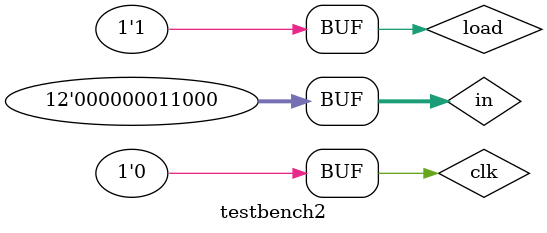
<source format=sv>
`timescale 1ns / 1ps
module testbench2();
logic clk, load ; 
logic [11:0] in, out;  

instructionRegister dut(clk, load, in, out); 

always
    begin 
        clk <= 1; # 5; clk <= 0; # 5; 
    end 

initial begin 

        load = 0;
        in = 12'b101010000001; # 10; 
        in = 12'b110010000001; # 10;  
        
        load = 1;
        in = 12'b100100100000; # 10; 
        in = 12'b010010101001; # 10;  
        in = 12'b000000010010; # 10; 
        in = 12'b000110010010; # 10; 
        in = 12'b001000010100; # 10; 
        in = 12'b101010000001; # 10; 
        in = 12'b110010000001; # 10;  
        in = 12'b010000000000; # 10; 
        in = 12'b011000000000; # 10; 
        in = 12'b100000000000; # 10; 
        in = 12'b100000000011; # 10; 
        in = 12'b010010101000; # 10; 
        in = 12'b010110100000; # 10; 
        in = 12'b000000011000; # 10; 
    end
endmodule

</source>
